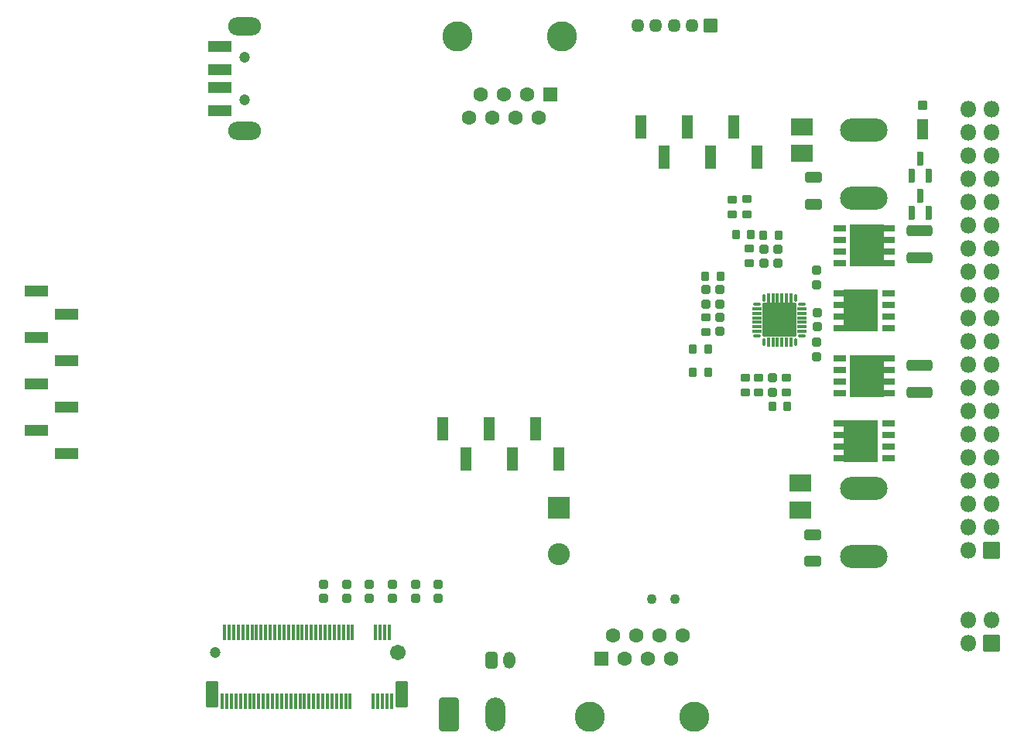
<source format=gbr>
G04 #@! TF.GenerationSoftware,KiCad,Pcbnew,(7.0.0-0)*
G04 #@! TF.CreationDate,2023-03-30T17:03:57+03:00*
G04 #@! TF.ProjectId,RP2040_minimal,52503230-3430-45f6-9d69-6e696d616c2e,REV1*
G04 #@! TF.SameCoordinates,Original*
G04 #@! TF.FileFunction,Soldermask,Bot*
G04 #@! TF.FilePolarity,Negative*
%FSLAX46Y46*%
G04 Gerber Fmt 4.6, Leading zero omitted, Abs format (unit mm)*
G04 Created by KiCad (PCBNEW (7.0.0-0)) date 2023-03-30 17:03:57*
%MOMM*%
%LPD*%
G01*
G04 APERTURE LIST*
G04 Aperture macros list*
%AMRoundRect*
0 Rectangle with rounded corners*
0 $1 Rounding radius*
0 $2 $3 $4 $5 $6 $7 $8 $9 X,Y pos of 4 corners*
0 Add a 4 corners polygon primitive as box body*
4,1,4,$2,$3,$4,$5,$6,$7,$8,$9,$2,$3,0*
0 Add four circle primitives for the rounded corners*
1,1,$1+$1,$2,$3*
1,1,$1+$1,$4,$5*
1,1,$1+$1,$6,$7*
1,1,$1+$1,$8,$9*
0 Add four rect primitives between the rounded corners*
20,1,$1+$1,$2,$3,$4,$5,0*
20,1,$1+$1,$4,$5,$6,$7,0*
20,1,$1+$1,$6,$7,$8,$9,0*
20,1,$1+$1,$8,$9,$2,$3,0*%
G04 Aperture macros list end*
%ADD10C,3.302000*%
%ADD11RoundRect,0.051000X-0.750000X-0.750000X0.750000X-0.750000X0.750000X0.750000X-0.750000X0.750000X0*%
%ADD12C,1.602000*%
%ADD13RoundRect,0.051000X0.850000X0.850000X-0.850000X0.850000X-0.850000X-0.850000X0.850000X-0.850000X0*%
%ADD14O,1.802000X1.802000*%
%ADD15RoundRect,0.051000X0.750000X0.750000X-0.750000X0.750000X-0.750000X-0.750000X0.750000X-0.750000X0*%
%ADD16RoundRect,0.051000X-0.675000X0.675000X-0.675000X-0.675000X0.675000X-0.675000X0.675000X0.675000X0*%
%ADD17O,1.452000X1.452000*%
%ADD18RoundRect,0.300999X-0.790001X-1.550001X0.790001X-1.550001X0.790001X1.550001X-0.790001X1.550001X0*%
%ADD19O,2.182000X3.702000*%
%ADD20RoundRect,0.301000X-0.350000X-0.625000X0.350000X-0.625000X0.350000X0.625000X-0.350000X0.625000X0*%
%ADD21O,1.302000X1.852000*%
%ADD22C,1.102000*%
%ADD23RoundRect,0.051000X-0.125000X-0.375000X0.125000X-0.375000X0.125000X0.375000X-0.125000X0.375000X0*%
%ADD24RoundRect,0.051000X-0.150000X-0.450000X0.150000X-0.450000X0.150000X0.450000X-0.150000X0.450000X0*%
%ADD25RoundRect,0.051000X0.375000X-0.125000X0.375000X0.125000X-0.375000X0.125000X-0.375000X-0.125000X0*%
%ADD26RoundRect,0.051000X0.450000X-0.150000X0.450000X0.150000X-0.450000X0.150000X-0.450000X-0.150000X0*%
%ADD27RoundRect,0.051000X1.775000X-1.775000X1.775000X1.775000X-1.775000X1.775000X-1.775000X-1.775000X0*%
%ADD28C,1.202000*%
%ADD29RoundRect,0.051000X-1.250000X-0.550000X1.250000X-0.550000X1.250000X0.550000X-1.250000X0.550000X0*%
%ADD30O,3.602000X2.002000*%
%ADD31RoundRect,0.276000X-0.250000X0.225000X-0.250000X-0.225000X0.250000X-0.225000X0.250000X0.225000X0*%
%ADD32RoundRect,0.276000X0.250000X-0.225000X0.250000X0.225000X-0.250000X0.225000X-0.250000X-0.225000X0*%
%ADD33RoundRect,0.051000X-0.560000X-1.085000X0.560000X-1.085000X0.560000X1.085000X-0.560000X1.085000X0*%
%ADD34RoundRect,0.051000X-0.425000X-0.425000X0.425000X-0.425000X0.425000X0.425000X-0.425000X0.425000X0*%
%ADD35RoundRect,0.251000X0.275000X-0.200000X0.275000X0.200000X-0.275000X0.200000X-0.275000X-0.200000X0*%
%ADD36RoundRect,1.261000X-1.335000X0.000000X1.335000X0.000000X1.335000X0.000000X-1.335000X0.000000X0*%
%ADD37RoundRect,1.261000X1.335000X0.000000X-1.335000X0.000000X-1.335000X0.000000X1.335000X0.000000X0*%
%ADD38RoundRect,0.301000X-0.625000X0.312500X-0.625000X-0.312500X0.625000X-0.312500X0.625000X0.312500X0*%
%ADD39RoundRect,0.301000X1.100000X-0.325000X1.100000X0.325000X-1.100000X0.325000X-1.100000X-0.325000X0*%
%ADD40RoundRect,0.051000X-0.635000X0.305000X-0.635000X-0.305000X0.635000X-0.305000X0.635000X0.305000X0*%
%ADD41RoundRect,0.051000X-0.570000X0.305000X-0.570000X-0.305000X0.570000X-0.305000X0.570000X0.305000X0*%
%ADD42RoundRect,0.051000X1.825000X2.210000X-1.825000X2.210000X-1.825000X-2.210000X1.825000X-2.210000X0*%
%ADD43RoundRect,0.251000X0.200000X0.275000X-0.200000X0.275000X-0.200000X-0.275000X0.200000X-0.275000X0*%
%ADD44RoundRect,0.251000X-0.275000X0.200000X-0.275000X-0.200000X0.275000X-0.200000X0.275000X0.200000X0*%
%ADD45RoundRect,0.051000X-1.155000X1.155000X-1.155000X-1.155000X1.155000X-1.155000X1.155000X1.155000X0*%
%ADD46C,2.412000*%
%ADD47RoundRect,0.251000X-0.200000X-0.275000X0.200000X-0.275000X0.200000X0.275000X-0.200000X0.275000X0*%
%ADD48RoundRect,0.051000X0.635000X-0.305000X0.635000X0.305000X-0.635000X0.305000X-0.635000X-0.305000X0*%
%ADD49RoundRect,0.051000X0.570000X-0.305000X0.570000X0.305000X-0.570000X0.305000X-0.570000X-0.305000X0*%
%ADD50RoundRect,0.051000X-1.825000X-2.210000X1.825000X-2.210000X1.825000X2.210000X-1.825000X2.210000X0*%
%ADD51RoundRect,0.201000X0.150000X-0.587500X0.150000X0.587500X-0.150000X0.587500X-0.150000X-0.587500X0*%
%ADD52C,1.702000*%
%ADD53RoundRect,0.051000X-0.150000X-0.775000X0.150000X-0.775000X0.150000X0.775000X-0.150000X0.775000X0*%
%ADD54RoundRect,0.051000X-0.600000X-1.375000X0.600000X-1.375000X0.600000X1.375000X-0.600000X1.375000X0*%
%ADD55RoundRect,0.051000X1.115000X-0.900000X1.115000X0.900000X-1.115000X0.900000X-1.115000X-0.900000X0*%
%ADD56RoundRect,0.051000X-1.255000X-0.500000X1.255000X-0.500000X1.255000X0.500000X-1.255000X0.500000X0*%
%ADD57RoundRect,0.051000X0.500000X-1.255000X0.500000X1.255000X-0.500000X1.255000X-0.500000X-1.255000X0*%
%ADD58RoundRect,0.301000X0.625000X-0.312500X0.625000X0.312500X-0.625000X0.312500X-0.625000X-0.312500X0*%
%ADD59RoundRect,0.301000X-1.100000X0.325000X-1.100000X-0.325000X1.100000X-0.325000X1.100000X0.325000X0*%
G04 APERTURE END LIST*
D10*
X173300000Y-116950000D03*
X184730000Y-116950000D03*
D11*
X174570000Y-110600000D03*
D12*
X175840000Y-108060000D03*
X177110000Y-110600000D03*
X178380000Y-108060000D03*
X179650000Y-110600000D03*
X180920000Y-108060000D03*
X182190000Y-110600000D03*
X183460000Y-108060000D03*
D13*
X217240000Y-98750000D03*
D14*
X214699999Y-98749999D03*
X217239999Y-96209999D03*
X214699999Y-96209999D03*
X217239999Y-93669999D03*
X214699999Y-93669999D03*
X217239999Y-91129999D03*
X214699999Y-91129999D03*
X217239999Y-88589999D03*
X214699999Y-88589999D03*
X217239999Y-86049999D03*
X214699999Y-86049999D03*
X217239999Y-83509999D03*
X214699999Y-83509999D03*
X217239999Y-80969999D03*
X214699999Y-80969999D03*
X217239999Y-78429999D03*
X214699999Y-78429999D03*
X217239999Y-75889999D03*
X214699999Y-75889999D03*
X217239999Y-73349999D03*
X214699999Y-73349999D03*
X217239999Y-70809999D03*
X214699999Y-70809999D03*
X217239999Y-68269999D03*
X214699999Y-68269999D03*
X217239999Y-65729999D03*
X214699999Y-65729999D03*
X217239999Y-63189999D03*
X214699999Y-63189999D03*
X217239999Y-60649999D03*
X214699999Y-60649999D03*
X217239999Y-58109999D03*
X214699999Y-58109999D03*
X217239999Y-55569999D03*
X214699999Y-55569999D03*
X217239999Y-53029999D03*
X214699999Y-53029999D03*
X217239999Y-50489999D03*
X214699999Y-50489999D03*
D10*
X170260000Y-42470000D03*
X158830000Y-42470000D03*
D15*
X168990000Y-48820000D03*
D12*
X167720000Y-51360000D03*
X166450000Y-48820000D03*
X165180000Y-51360000D03*
X163910000Y-48820000D03*
X162640000Y-51360000D03*
X161370000Y-48820000D03*
X160100000Y-51360000D03*
D16*
X186540000Y-41320000D03*
D17*
X184539999Y-41319999D03*
X182539999Y-41319999D03*
X180539999Y-41319999D03*
X178539999Y-41319999D03*
D18*
X157910000Y-116660000D03*
D19*
X162989999Y-116659999D03*
D13*
X217240000Y-108910000D03*
D14*
X214699999Y-108909999D03*
X217239999Y-106369999D03*
X214699999Y-106369999D03*
D20*
X162550000Y-110770000D03*
D21*
X164549999Y-110769999D03*
D22*
X182624750Y-104040000D03*
X180084750Y-104040000D03*
D23*
X195850000Y-75970000D03*
D24*
X195350000Y-75970000D03*
X194850000Y-75970000D03*
X194350000Y-75970000D03*
X193850000Y-75970000D03*
X193350000Y-75970000D03*
X192850000Y-75970000D03*
D23*
X192350000Y-75970000D03*
D25*
X191650000Y-75270000D03*
D26*
X191650000Y-74770000D03*
X191650000Y-74270000D03*
X191650000Y-73770000D03*
X191650000Y-73270000D03*
X191650000Y-72770000D03*
X191650000Y-72270000D03*
D25*
X191650000Y-71770000D03*
D23*
X192350000Y-71070000D03*
D24*
X192850000Y-71070000D03*
X193350000Y-71070000D03*
X193850000Y-71070000D03*
X194350000Y-71070000D03*
X194850000Y-71070000D03*
X195350000Y-71070000D03*
D23*
X195850000Y-71070000D03*
D25*
X196550000Y-71770000D03*
D26*
X196550000Y-72270000D03*
X196550000Y-72770000D03*
X196550000Y-73270000D03*
X196550000Y-73770000D03*
X196550000Y-74270000D03*
X196550000Y-74770000D03*
D25*
X196550000Y-75270000D03*
D27*
X194100000Y-73520000D03*
D28*
X135580000Y-44820000D03*
X135580000Y-49420000D03*
D29*
X132830000Y-50620000D03*
X132830000Y-48120000D03*
X132830000Y-46120000D03*
X132830000Y-43620000D03*
D30*
X135579999Y-41419999D03*
X135579999Y-52819999D03*
D31*
X187520000Y-73240000D03*
X187520000Y-74790000D03*
D32*
X198150000Y-77520000D03*
X198150000Y-75970000D03*
D33*
X209760000Y-52690000D03*
D34*
X209760000Y-50010000D03*
D35*
X186000000Y-74840000D03*
X186000000Y-73190000D03*
D31*
X193340000Y-79865000D03*
X193340000Y-81415000D03*
D36*
X203330500Y-99395000D03*
X203330500Y-91905000D03*
D31*
X149220000Y-102450000D03*
X149220000Y-104000000D03*
D37*
X203330500Y-52712500D03*
X203330500Y-60202500D03*
D38*
X197760000Y-57920000D03*
X197760000Y-60845000D03*
D39*
X209400000Y-81440000D03*
X209400000Y-78490000D03*
D31*
X198180000Y-72705000D03*
X198180000Y-74255000D03*
X186000000Y-70205000D03*
X186000000Y-71755000D03*
D40*
X206001000Y-84840000D03*
X206001000Y-86110000D03*
X206001000Y-87380000D03*
X206001000Y-88650000D03*
D41*
X200595000Y-88650000D03*
X200595000Y-87380000D03*
X200595000Y-86110000D03*
X200595000Y-84840000D03*
D42*
X202991000Y-86745000D03*
D43*
X193955000Y-64220000D03*
X192305000Y-64220000D03*
D44*
X190540000Y-60310000D03*
X190540000Y-61960000D03*
X190800000Y-65685000D03*
X190800000Y-67335000D03*
D45*
X169964750Y-94090000D03*
D46*
X169964750Y-99170000D03*
D47*
X184595000Y-79220000D03*
X186245000Y-79220000D03*
D48*
X200660000Y-81530000D03*
X200660000Y-80260000D03*
X200660000Y-78990000D03*
X200660000Y-77720000D03*
D49*
X206066000Y-77720000D03*
X206066000Y-78990000D03*
X206066000Y-80260000D03*
X206066000Y-81530000D03*
D50*
X203670000Y-79625000D03*
D51*
X210430000Y-61797500D03*
X208530000Y-61797500D03*
X209480000Y-59922500D03*
D35*
X190300000Y-81465000D03*
X190300000Y-79815000D03*
D47*
X189285000Y-64210000D03*
X190935000Y-64210000D03*
D28*
X132366072Y-109930000D03*
D52*
X152366072Y-109930000D03*
D53*
X133116072Y-115205000D03*
X133366072Y-107655000D03*
X133616072Y-115205000D03*
X133866072Y-107655000D03*
X134116072Y-115205000D03*
X134366072Y-107655000D03*
X134616072Y-115205000D03*
X134866072Y-107655000D03*
X135116072Y-115205000D03*
X135366072Y-107655000D03*
X135616072Y-115205000D03*
X135866072Y-107655000D03*
X136116072Y-115205000D03*
X136366072Y-107655000D03*
X136616072Y-115205000D03*
X136866072Y-107655000D03*
X137116072Y-115205000D03*
X137366072Y-107655000D03*
X137616072Y-115205000D03*
X137866072Y-107655000D03*
X138116072Y-115205000D03*
X138366072Y-107655000D03*
X138616072Y-115205000D03*
X138866072Y-107655000D03*
X139116072Y-115205000D03*
X139366072Y-107655000D03*
X139616072Y-115205000D03*
X139866072Y-107655000D03*
X140116072Y-115205000D03*
X140366072Y-107655000D03*
X140616072Y-115205000D03*
X140866072Y-107655000D03*
X141116072Y-115205000D03*
X141366072Y-107655000D03*
X141616072Y-115205000D03*
X141866072Y-107655000D03*
X142116072Y-115205000D03*
X142366072Y-107655000D03*
X142616072Y-115205000D03*
X142866072Y-107655000D03*
X143116072Y-115205000D03*
X143366072Y-107655000D03*
X143616072Y-115205000D03*
X143866072Y-107655000D03*
X144116072Y-115205000D03*
X144366072Y-107655000D03*
X144616072Y-115205000D03*
X144866072Y-107655000D03*
X145116072Y-115205000D03*
X145366072Y-107655000D03*
X145616072Y-115205000D03*
X145866072Y-107655000D03*
X146116072Y-115205000D03*
X146366072Y-107655000D03*
X146616072Y-115205000D03*
X146866072Y-107655000D03*
X147116072Y-115205000D03*
X147366072Y-107655000D03*
X149616072Y-115205000D03*
X149866072Y-107655000D03*
X150116072Y-115205000D03*
X150366072Y-107655000D03*
X150616072Y-115205000D03*
X150866072Y-107655000D03*
X151116072Y-115205000D03*
X151366072Y-107655000D03*
X151616072Y-115205000D03*
D54*
X132016072Y-114430000D03*
X152716072Y-114430000D03*
D55*
X196330000Y-94280000D03*
X196330000Y-91360000D03*
D31*
X192340000Y-65735000D03*
X192340000Y-67285000D03*
D51*
X210440000Y-57755000D03*
X208540000Y-57755000D03*
X209490000Y-55880000D03*
D40*
X206001000Y-70590000D03*
X206001000Y-71860000D03*
X206001000Y-73130000D03*
X206001000Y-74400000D03*
D41*
X200595000Y-74400000D03*
X200595000Y-73130000D03*
X200595000Y-71860000D03*
X200595000Y-70590000D03*
D42*
X202991000Y-72495000D03*
D44*
X194870000Y-79820000D03*
X194870000Y-81470000D03*
D56*
X116090000Y-88160000D03*
X112780000Y-85620000D03*
X116090000Y-83080000D03*
X112780000Y-80540000D03*
X116090000Y-78000000D03*
X112780000Y-75460000D03*
X116090000Y-72920000D03*
X112780000Y-70380000D03*
D31*
X151730000Y-102450000D03*
X151730000Y-104000000D03*
D57*
X169940000Y-88709000D03*
X167400000Y-85399000D03*
X164860000Y-88709000D03*
X162320000Y-85399000D03*
X159780000Y-88709000D03*
X157240000Y-85399000D03*
D55*
X196480000Y-55320000D03*
X196480000Y-52400000D03*
D48*
X200660000Y-67270000D03*
X200660000Y-66000000D03*
X200660000Y-64730000D03*
X200660000Y-63460000D03*
D49*
X206066000Y-63460000D03*
X206066000Y-64730000D03*
X206066000Y-66000000D03*
X206066000Y-67270000D03*
D50*
X203670000Y-65365000D03*
D57*
X191640000Y-55725000D03*
X189100000Y-52415000D03*
X186560000Y-55725000D03*
X184020000Y-52415000D03*
X181480000Y-55725000D03*
X178940000Y-52415000D03*
D31*
X156750000Y-102450000D03*
X156750000Y-104000000D03*
D44*
X188920000Y-60325000D03*
X188920000Y-61975000D03*
D58*
X197680000Y-99930000D03*
X197680000Y-97005000D03*
D43*
X187590000Y-68700000D03*
X185940000Y-68700000D03*
D31*
X193880000Y-65745000D03*
X193880000Y-67295000D03*
X146710000Y-102450000D03*
X146710000Y-104000000D03*
X144200000Y-102450000D03*
X144200000Y-104000000D03*
D43*
X194935000Y-82980000D03*
X193285000Y-82980000D03*
D59*
X209390000Y-63745000D03*
X209390000Y-66695000D03*
D32*
X187520000Y-71755000D03*
X187520000Y-70205000D03*
D31*
X154240000Y-102450000D03*
X154240000Y-104000000D03*
D32*
X198160000Y-69655000D03*
X198160000Y-68105000D03*
D47*
X184595000Y-76710000D03*
X186245000Y-76710000D03*
D35*
X191820000Y-81465000D03*
X191820000Y-79815000D03*
M02*

</source>
